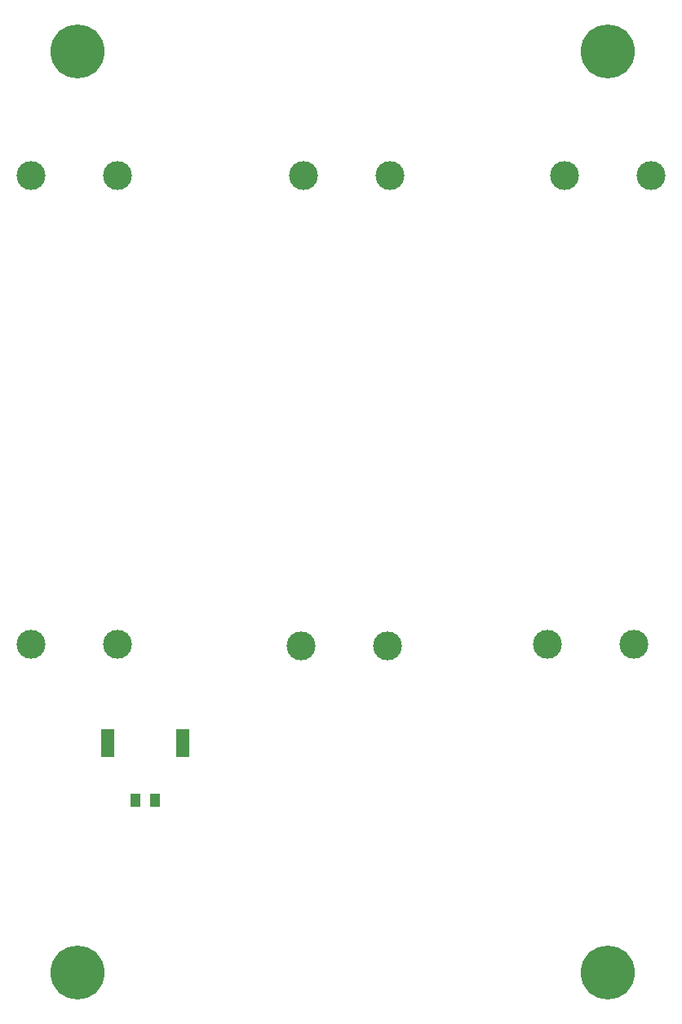
<source format=gbs>
G04 #@! TF.GenerationSoftware,KiCad,Pcbnew,(6.0.5-0)*
G04 #@! TF.CreationDate,2023-03-07T01:19:39-05:00*
G04 #@! TF.ProjectId,solar-cell-pcbs-usbUPDATING,736f6c61-722d-4636-956c-6c2d70636273,3*
G04 #@! TF.SameCoordinates,Original*
G04 #@! TF.FileFunction,Soldermask,Bot*
G04 #@! TF.FilePolarity,Negative*
%FSLAX46Y46*%
G04 Gerber Fmt 4.6, Leading zero omitted, Abs format (unit mm)*
G04 Created by KiCad (PCBNEW (6.0.5-0)) date 2023-03-07 01:19:39*
%MOMM*%
%LPD*%
G01*
G04 APERTURE LIST*
%ADD10C,5.600000*%
%ADD11C,3.000000*%
%ADD12R,1.100000X1.450000*%
%ADD13R,1.350000X2.899999*%
G04 APERTURE END LIST*
D10*
X84600000Y-42750000D03*
D11*
X107768000Y-104348000D03*
X116768000Y-104348000D03*
X133300000Y-104200000D03*
X142300000Y-104200000D03*
D10*
X139600000Y-138250000D03*
D11*
X79700000Y-104200000D03*
X88700000Y-104200000D03*
X135100000Y-55580000D03*
X144100000Y-55580000D03*
D10*
X84600000Y-138250000D03*
D11*
X79700000Y-55580000D03*
X88700000Y-55580000D03*
D10*
X139600000Y-42750000D03*
D11*
X108000000Y-55580000D03*
X117000000Y-55580000D03*
D12*
X90605000Y-120420000D03*
X92605001Y-120420000D03*
D13*
X87710002Y-114445001D03*
X95499997Y-114445001D03*
M02*

</source>
